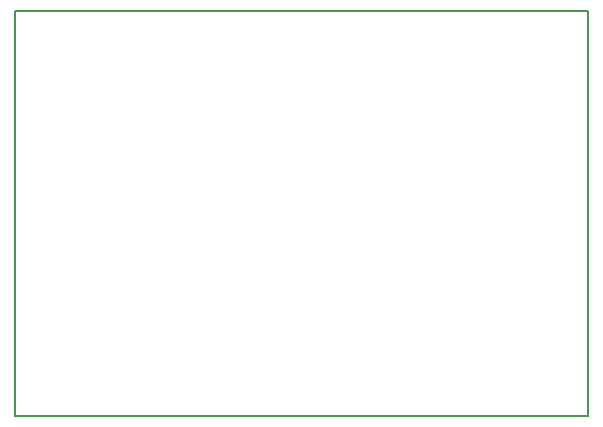
<source format=gbr>
G04 #@! TF.GenerationSoftware,KiCad,Pcbnew,5.0.2+dfsg1-1*
G04 #@! TF.CreationDate,2019-12-28T11:31:48-05:00*
G04 #@! TF.ProjectId,2001captchpad,32303031-6361-4707-9463-687061642e6b,rev?*
G04 #@! TF.SameCoordinates,Original*
G04 #@! TF.FileFunction,Profile,NP*
%FSLAX46Y46*%
G04 Gerber Fmt 4.6, Leading zero omitted, Abs format (unit mm)*
G04 Created by KiCad (PCBNEW 5.0.2+dfsg1-1) date Sat 28 Dec 2019 11:31:48 AM EST*
%MOMM*%
%LPD*%
G01*
G04 APERTURE LIST*
%ADD10C,0.150000*%
G04 APERTURE END LIST*
D10*
X138176000Y-82296000D02*
X186690000Y-82296000D01*
X138176000Y-116586000D02*
X138176000Y-82296000D01*
X186690000Y-116586000D02*
X138176000Y-116586000D01*
X186690000Y-82296000D02*
X186690000Y-116586000D01*
M02*

</source>
